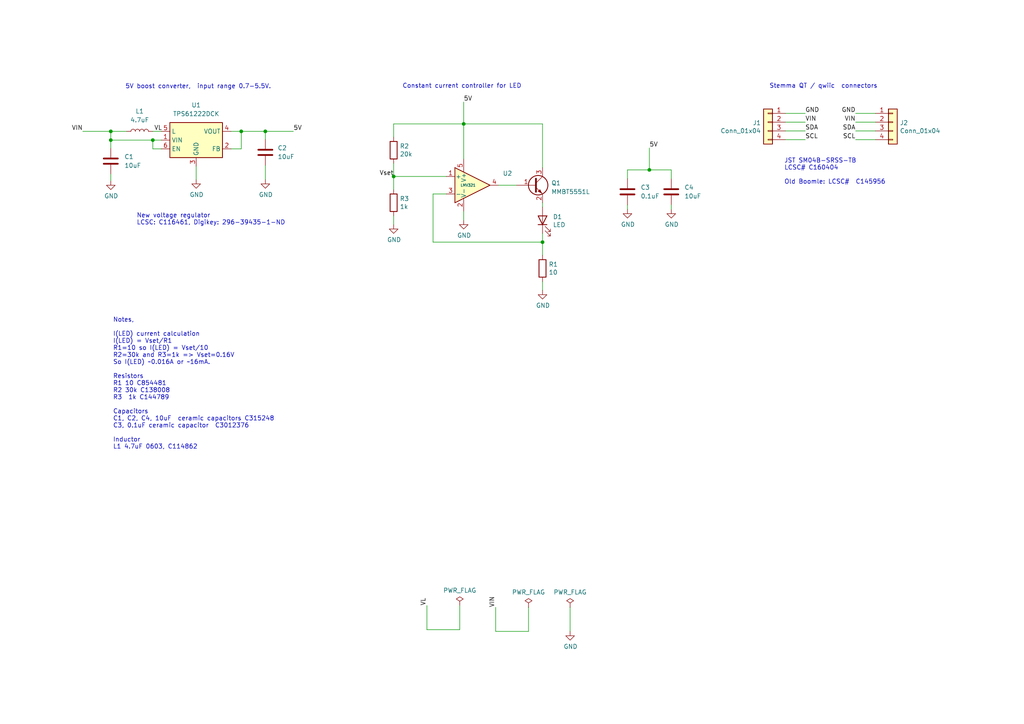
<source format=kicad_sch>
(kicad_sch (version 20230121) (generator eeschema)
  (paper "A4")
  (lib_symbols
    (symbol "Amplifier_Operational:LMV321" (pin_names (offset 0.127))
      (property "Reference" "U" (at 0 5.08 0))
      (property "Value" "LMV321" (at 0 -5.08 0))
      (symbol "LMV321_0_1"
        (polyline (pts (xy -5.08 5.08) (xy 5.08 0) (xy -5.08 -5.08) (xy -5.08 5.08)) (stroke (width 0.254)) (fill (type background)))
        (pin power_in line (at -2.54 -7.62 90) (length 3.81) (name "V-") (number "2"))
        (pin power_in line (at -2.54 7.62 270) (length 3.81) (name "V+") (number "5"))
      )
      (symbol "LMV321_1_1"
        (pin input line (at -7.62 2.54 0) (length 2.54) (name "+") (number "1"))
        (pin input line (at -7.62 -2.54 0) (length 2.54) (name "-") (number "3"))
        (pin output line (at 7.62 0 180) (length 2.54) (name "~") (number "4"))
      )
    )
    (symbol "Connector_Generic:Conn_01x04" (pin_names (offset 1.016) hide)
      (property "Reference" "J" (at 0 5.08 0))
      (property "Value" "Conn_01x04" (at 0 -7.62 0))
      (symbol "Conn_01x04_1_1"
        (rectangle (start -1.27 -4.953) (end 0 -5.207) (stroke (width 0.1524)))
        (rectangle (start -1.27 -2.413) (end 0 -2.667) (stroke (width 0.1524)))
        (rectangle (start -1.27 0.127) (end 0 -0.127) (stroke (width 0.1524)))
        (rectangle (start -1.27 2.667) (end 0 2.413) (stroke (width 0.1524)))
        (rectangle (start -1.27 3.81) (end 1.27 -6.35) (stroke (width 0.254)) (fill (type background)))
        (pin passive line (at -5.08 2.54 0) (length 3.81) (name "Pin_1") (number "1"))
        (pin passive line (at -5.08 0 0) (length 3.81) (name "Pin_2") (number "2"))
        (pin passive line (at -5.08 -2.54 0) (length 3.81) (name "Pin_3") (number "3"))
        (pin passive line (at -5.08 -5.08 0) (length 3.81) (name "Pin_4") (number "4"))
      )
    )
    (symbol "Device:C" (pin_numbers hide) (pin_names (offset 0.254))
      (property "Reference" "C" (at 0.635 2.54 0))
      (property "Value" "C" (at 0.635 -2.54 0))
      (symbol "C_0_1"
        (polyline (pts (xy -2.032 -0.762) (xy 2.032 -0.762)) (stroke (width 0.508)))
        (polyline (pts (xy -2.032 0.762) (xy 2.032 0.762)) (stroke (width 0.508)))
      )
      (symbol "C_1_1"
        (pin passive line (at 0 3.81 270) (length 2.794) (name "~") (number "1"))
        (pin passive line (at 0 -3.81 90) (length 2.794) (name "~") (number "2"))
      )
    )
    (symbol "Device:L" (pin_numbers hide) (pin_names (offset 1.016) hide)
      (property "Reference" "L" (at -1.27 0 90))
      (property "Value" "L" (at 1.905 0 90))
      (symbol "L_0_1"
        (arc (start 0 -2.54) (mid 0.6323 -1.905) (end 0 -1.27))
        (arc (start 0 -1.27) (mid 0.6323 -0.635) (end 0 0))
        (arc (start 0 0) (mid 0.6323 0.635) (end 0 1.27))
        (arc (start 0 1.27) (mid 0.6323 1.905) (end 0 2.54))
      )
      (symbol "L_1_1"
        (pin passive line (at 0 3.81 270) (length 1.27) (name "1") (number "1"))
        (pin passive line (at 0 -3.81 90) (length 1.27) (name "2") (number "2"))
      )
    )
    (symbol "Device:LED" (pin_numbers hide) (pin_names (offset 1.016) hide)
      (property "Reference" "D" (at 0 2.54 0))
      (property "Value" "LED" (at 0 -2.54 0))
      (symbol "LED_0_1"
        (polyline (pts (xy -1.27 -1.27) (xy -1.27 1.27)) (stroke (width 0.254)))
        (polyline (pts (xy -1.27 0) (xy 1.27 0)))
        (polyline (pts (xy 1.27 -1.27) (xy 1.27 1.27) (xy -1.27 0) (xy 1.27 -1.27)) (stroke (width 0.254)))
        (polyline (pts (xy -3.048 -0.762) (xy -4.572 -2.286) (xy -3.81 -2.286) (xy -4.572 -2.286) (xy -4.572 -1.524)))
        (polyline (pts (xy -1.778 -0.762) (xy -3.302 -2.286) (xy -2.54 -2.286) (xy -3.302 -2.286) (xy -3.302 -1.524)))
      )
      (symbol "LED_1_1"
        (pin passive line (at -3.81 0 0) (length 2.54) (name "K") (number "1"))
        (pin passive line (at 3.81 0 180) (length 2.54) (name "A") (number "2"))
      )
    )
    (symbol "Device:R" (pin_numbers hide) (pin_names (offset 0))
      (property "Reference" "R" (at 2.032 0 90))
      (property "Value" "R" (at 0 0 90))
      (symbol "R_0_1"
        (rectangle (start -1.016 -2.54) (end 1.016 2.54) (stroke (width 0.254)))
      )
      (symbol "R_1_1"
        (pin passive line (at 0 3.81 270) (length 1.27) (name "~") (number "1"))
        (pin passive line (at 0 -3.81 90) (length 1.27) (name "~") (number "2"))
      )
    )
    (symbol "Regulator_Switching:TPS61222DCK"
      (property "Reference" "U" (at -7.62 6.35 0))
      (property "Value" "TPS61222DCK" (at 2.54 6.35 0))
      (symbol "TPS61222DCK_0_1"
        (rectangle (start -7.62 5.08) (end 7.62 -5.08) (stroke (width 0.254)) (fill (type background)))
      )
      (symbol "TPS61222DCK_1_1"
        (pin power_in line (at -10.16 0 0) (length 2.54) (name "VIN") (number "1"))
        (pin input line (at 10.16 -2.54 180) (length 2.54) (name "FB") (number "2"))
        (pin power_in line (at 0 -7.62 90) (length 2.54) (name "GND") (number "3"))
        (pin power_out line (at 10.16 2.54 180) (length 2.54) (name "VOUT") (number "4"))
        (pin power_in line (at -10.16 2.54 0) (length 2.54) (name "L") (number "5"))
        (pin input line (at -10.16 -2.54 0) (length 2.54) (name "EN") (number "6"))
      )
    )
    (symbol "Transistor_BJT:MMBT5551L" (pin_names (offset 0) hide)
      (property "Reference" "Q" (at 5.08 1.905 0))
      (property "Value" "MMBT5551L" (at 5.08 0 0))
      (symbol "MMBT5551L_0_1"
        (polyline (pts (xy 0.635 0.635) (xy 2.54 2.54)))
        (polyline (pts (xy 0.635 -0.635) (xy 2.54 -2.54) (xy 2.54 -2.54)))
        (polyline (pts (xy 0.635 1.905) (xy 0.635 -1.905) (xy 0.635 -1.905)) (stroke (width 0.508)))
        (polyline (pts (xy 1.27 -1.778) (xy 1.778 -1.27) (xy 2.286 -2.286) (xy 1.27 -1.778) (xy 1.27 -1.778)) (fill (type outline)))
        (circle (center 1.27 0) (radius 2.8194) (stroke (width 0.254)))
      )
      (symbol "MMBT5551L_1_1"
        (pin input line (at -5.08 0 0) (length 5.715) (name "B") (number "1"))
        (pin passive line (at 2.54 -5.08 90) (length 2.54) (name "E") (number "2"))
        (pin passive line (at 2.54 5.08 270) (length 2.54) (name "C") (number "3"))
      )
    )
    (symbol "power:GND" (power) (pin_names (offset 0))
      (property "Value" "GND" (at 0 -3.81 0))
      (symbol "GND_0_1"
        (polyline (pts (xy 0 0) (xy 0 -1.27) (xy 1.27 -1.27) (xy 0 -2.54) (xy -1.27 -1.27) (xy 0 -1.27)))
      )
      (symbol "GND_1_1"
        (pin power_in line (at 0 0 270) (length 0) hide (name "GND") (number "1"))
      )
    )
    (symbol "power:PWR_FLAG" (power) (pin_numbers hide) (pin_names (offset 0) hide)
      (property "Value" "PWR_FLAG" (at 0 3.81 0))
      (symbol "PWR_FLAG_0_0"
        (pin power_out line (at 0 0 90) (length 0) (name "pwr") (number "1"))
      )
      (symbol "PWR_FLAG_0_1"
        (polyline (pts (xy 0 0) (xy 0 1.27) (xy -1.016 1.905) (xy 0 2.54) (xy 1.016 1.905) (xy 0 1.27)))
      )
    )
  )
  (junction (at 134.493 35.941))
  (junction (at 69.977 38.1))
  (junction (at 157.353 70.231))
  (junction (at 32.131 40.64))
  (junction (at 32.131 38.1))
  (junction (at 44.323 40.64))
  (junction (at 188.341 49.276))
  (junction (at 114.173 51.181))
  (junction (at 76.962 38.1))
  (wire (pts (xy 69.977 43.18) (xy 67.056 43.18)))
  (wire (pts (xy 125.603 56.261) (xy 129.413 56.261)))
  (wire (pts (xy 188.341 42.926) (xy 188.341 49.276)))
  (wire (pts (xy 157.353 70.231) (xy 125.603 70.231)))
  (wire (pts (xy 227.838 35.433) (xy 233.553 35.433)))
  (wire (pts (xy 157.353 81.661) (xy 157.353 84.201)))
  (wire (pts (xy 253.873 37.973) (xy 248.158 37.973)))
  (wire (pts (xy 157.353 67.691) (xy 157.353 70.231)))
  (wire (pts (xy 44.323 40.64) (xy 46.736 40.64)))
  (wire (pts (xy 114.173 35.941) (xy 114.173 39.751)))
  (wire (pts (xy 32.131 40.64) (xy 44.323 40.64)))
  (wire (pts (xy 133.35 175.641) (xy 133.35 182.626)))
  (wire (pts (xy 157.353 35.941) (xy 157.353 48.641)))
  (wire (pts (xy 114.173 51.181) (xy 114.173 47.371)))
  (wire (pts (xy 69.977 38.1) (xy 69.977 43.18)))
  (wire (pts (xy 253.873 35.433) (xy 248.158 35.433)))
  (wire (pts (xy 227.838 32.893) (xy 233.553 32.893)))
  (wire (pts (xy 114.173 51.181) (xy 114.173 54.991)))
  (wire (pts (xy 134.493 61.341) (xy 134.493 63.881)))
  (wire (pts (xy 36.703 38.1) (xy 32.131 38.1)))
  (wire (pts (xy 253.873 32.893) (xy 248.158 32.893)))
  (wire (pts (xy 188.341 49.276) (xy 194.691 49.276)))
  (wire (pts (xy 153.289 183.134) (xy 143.764 183.134)))
  (wire (pts (xy 194.691 59.436) (xy 194.691 60.706)))
  (wire (pts (xy 134.493 35.941) (xy 134.493 46.101)))
  (wire (pts (xy 153.289 176.149) (xy 153.289 183.134)))
  (wire (pts (xy 46.736 43.18) (xy 44.323 43.18)))
  (wire (pts (xy 194.691 49.276) (xy 194.691 51.816)))
  (wire (pts (xy 181.991 59.436) (xy 181.991 60.706)))
  (wire (pts (xy 67.056 38.1) (xy 69.977 38.1)))
  (wire (pts (xy 32.131 38.1) (xy 32.131 40.64)))
  (wire (pts (xy 253.873 40.513) (xy 248.158 40.513)))
  (wire (pts (xy 143.764 183.134) (xy 143.764 176.149)))
  (wire (pts (xy 114.173 62.611) (xy 114.173 65.151)))
  (wire (pts (xy 69.977 38.1) (xy 76.962 38.1)))
  (wire (pts (xy 157.353 58.801) (xy 157.353 60.071)))
  (wire (pts (xy 114.173 51.181) (xy 129.413 51.181)))
  (wire (pts (xy 134.493 35.941) (xy 114.173 35.941)))
  (wire (pts (xy 24.003 38.1) (xy 32.131 38.1)))
  (wire (pts (xy 133.35 182.626) (xy 123.825 182.626)))
  (wire (pts (xy 32.131 40.64) (xy 32.131 42.926)))
  (wire (pts (xy 76.962 38.1) (xy 76.962 40.386)))
  (wire (pts (xy 76.962 48.006) (xy 76.962 52.07)))
  (wire (pts (xy 32.131 50.546) (xy 32.131 52.451)))
  (wire (pts (xy 181.991 49.276) (xy 188.341 49.276)))
  (wire (pts (xy 134.493 35.941) (xy 157.353 35.941)))
  (wire (pts (xy 76.962 38.1) (xy 85.09 38.1)))
  (wire (pts (xy 123.825 182.626) (xy 123.825 175.641)))
  (wire (pts (xy 227.838 37.973) (xy 233.553 37.973)))
  (wire (pts (xy 44.323 38.1) (xy 46.736 38.1)))
  (wire (pts (xy 44.323 43.18) (xy 44.323 40.64)))
  (wire (pts (xy 165.354 176.149) (xy 165.354 183.134)))
  (wire (pts (xy 144.653 53.721) (xy 149.733 53.721)))
  (wire (pts (xy 125.603 70.231) (xy 125.603 56.261)))
  (wire (pts (xy 134.493 29.591) (xy 134.493 35.941)))
  (wire (pts (xy 181.991 51.816) (xy 181.991 49.276)))
  (wire (pts (xy 227.838 40.513) (xy 233.553 40.513)))
  (wire (pts (xy 56.896 48.26) (xy 56.896 52.07)))
  (wire (pts (xy 157.353 70.231) (xy 157.353 74.041)))
  (text "JST SM04B-SRSS-TB\nLCSC# C160404\n\nOld Boomle: LCSC#  C145956\n" (at 227.457 53.594 0) (effects (font (size 1.27 1.27)) (justify left bottom)))
  (text "Stemma QT / qwiic  connectors\n" (at 223.139 25.781 0) (effects (font (size 1.27 1.27)) (justify left bottom)))
  (text "New voltage regulator\nLCSC: C116461, Digikey: 296-39435-1-ND " (at 39.624 65.405 0) (effects (font (size 1.27 1.27)) (justify left bottom)))
  (text "Constant current controller for LED" (at 116.713 25.781 0) (effects (font (size 1.27 1.27)) (justify left bottom)))
  (text "5V boost converter,  input range 0.7-5.5V. " (at 36.322 25.908 0) (effects (font (size 1.27 1.27)) (justify left bottom)))
  (text "Notes, \n\nI(LED) current calculation\nI(LED) = Vset/R1\nR1=10 so I(LED) = Vset/10\nR2=30k and R3=1k => Vset=0.16V\nSo I(LED) ~0.016A or ~16mA. \n\nResistors\nR1 10 C854481\nR2 30k C138008\nR3  1k C144789\n\nCapacitors\nC1, C2, C4, 10uF  ceramic capacitors C315248\nC3, 0.1uF ceramic capacitor  C3012376\n\nInductor\nL1 4.7uF 0603, C114862\n" (at 32.766 130.429 0) (effects (font (size 1.27 1.27)) (justify left bottom)))
  (label "SCL" (at 233.553 40.513 0))
  (label "VIN" (at 24.003 38.1 180))
  (label "SCL" (at 248.158 40.513 180))
  (label "Vset" (at 114.173 51.181 180))
  (label "SDA" (at 248.158 37.973 180))
  (label "VIN" (at 143.764 176.149 90))
  (label "5V" (at 134.493 29.591 0))
  (label "5V" (at 188.341 42.926 0))
  (label "VIN" (at 248.158 35.433 180))
  (label "VIN" (at 233.553 35.433 0))
  (label "5V" (at 85.09 38.1 0))
  (label "GND" (at 233.553 32.893 0))
  (label "GND" (at 248.158 32.893 180))
  (label "VL" (at 44.704 38.1 0))
  (label "VL" (at 123.825 175.641 90))
  (label "SDA" (at 233.553 37.973 0))
  (symbol (lib_id "Connector_Generic:Conn_01x04") (at 222.758 35.433 0) (mirror y) (unit 1)
    (property "Reference" "J1" (at 220.726 35.6362 0) (effects (justify left)))
    (property "Value" "Conn_01x04" (at 220.726 37.9476 0) (effects (justify left)))
    (property "Footprint" "JST_SH_SM04B_custom:JST_SH_SM04B-SRSS-TB_1x04-1MP_P1.00mm_Horizontal" (effects hide))
  )
  (symbol (lib_id "Connector_Generic:Conn_01x04") (at 258.953 35.433 0) (unit 1)
    (property "Reference" "J2" (at 260.985 35.6362 0) (effects (justify left)))
    (property "Value" "Conn_01x04" (at 260.985 37.9476 0) (effects (justify left)))
    (property "Footprint" "JST_SH_SM04B_custom:JST_SH_SM04B-SRSS-TB_1x04-1MP_P1.00mm_Horizontal" (effects hide))
  )
  (symbol (lib_id "Device:LED") (at 157.353 63.881 90) (unit 1)
    (property "Reference" "D1" (at 160.3502 62.8904 90) (effects (justify right)))
    (property "Value" "LED" (at 160.3502 65.2018 90) (effects (justify right)))
    (property "Footprint" "LED_D3mm_custom:LED_D3.0mm" (effects hide))
  )
  (symbol (lib_id "Device:R") (at 157.353 77.851 0) (unit 1)
    (property "Reference" "R1" (at 159.131 76.6826 0) (effects (justify left)))
    (property "Value" "10" (at 159.131 78.994 0) (effects (justify left)))
    (property "Footprint" "Resistor_SMD:R_0402_1005Metric" (effects hide))
  )
  (symbol (lib_id "power:GND") (at 157.353 84.201 0) (unit 1)
    (property "Reference" "#PWR08" (effects hide))
    (property "Value" "GND" (at 157.48 88.5952 0))
  )
  (symbol (lib_id "power:PWR_FLAG") (at 165.354 176.149 0) (unit 1)
    (property "Reference" "#FLG0101" (effects hide))
    (property "Value" "PWR_FLAG" (at 165.354 171.7548 0))
  )
  (symbol (lib_id "power:PWR_FLAG") (at 153.289 176.149 0) (unit 1)
    (property "Reference" "#FLG0102" (effects hide))
    (property "Value" "PWR_FLAG" (at 153.289 171.7548 0))
  )
  (symbol (lib_id "power:GND") (at 165.354 183.134 0) (unit 1)
    (property "Reference" "#PWR0101" (effects hide))
    (property "Value" "GND" (at 165.481 187.5282 0))
  )
  (symbol (lib_id "Device:C") (at 194.691 55.626 0) (unit 1)
    (property "Reference" "C4" (at 198.501 54.356 0) (effects (justify left)))
    (property "Value" "10uF" (at 198.501 56.896 0) (effects (justify left)))
    (property "Footprint" "Capacitor_SMD:C_0402_1005Metric" (effects hide))
  )
  (symbol (lib_id "Device:C") (at 181.991 55.626 0) (unit 1)
    (property "Reference" "C3" (at 185.801 54.356 0) (effects (justify left)))
    (property "Value" "0.1uF" (at 185.801 56.896 0) (effects (justify left)))
    (property "Footprint" "Capacitor_SMD:C_0402_1005Metric" (effects hide))
  )
  (symbol (lib_id "power:GND") (at 194.691 60.706 0) (unit 1)
    (property "Reference" "#PWR06" (effects hide))
    (property "Value" "GND" (at 194.818 65.1002 0))
  )
  (symbol (lib_id "power:GND") (at 32.131 52.451 0) (unit 1)
    (property "Reference" "#PWR011" (effects hide))
    (property "Value" "GND" (at 32.258 56.8452 0))
  )
  (symbol (lib_id "power:GND") (at 56.896 52.07 0) (unit 1)
    (property "Reference" "#PWR09" (effects hide))
    (property "Value" "GND" (at 57.023 56.4642 0))
  )
  (symbol (lib_id "power:GND") (at 134.493 63.881 0) (unit 1)
    (property "Reference" "#PWR04" (effects hide))
    (property "Value" "GND" (at 134.62 68.2752 0))
  )
  (symbol (lib_id "Regulator_Switching:TPS61222DCK") (at 56.896 40.64 0) (unit 1)
    (property "Reference" "U1" (at 56.896 30.48 0))
    (property "Value" "TPS61222DCK" (at 56.896 33.02 0))
    (property "Footprint" "Package_TO_SOT_SMD:SOT-363_SC-70-6" (effects hide))
    (property "Datasheet" "http://www.ti.com/lit/ds/symlink/tps61220.pdf" (effects hide))
  )
  (symbol (lib_id "Device:C") (at 32.131 46.736 180) (unit 1)
    (property "Reference" "C1" (at 36.068 45.466 0) (effects (justify right)))
    (property "Value" "10uF" (at 36.068 48.006 0) (effects (justify right)))
    (property "Footprint" "Capacitor_SMD:C_0402_1005Metric" (effects hide))
  )
  (symbol (lib_id "power:PWR_FLAG") (at 133.35 175.641 0) (unit 1)
    (property "Reference" "#FLG01" (effects hide))
    (property "Value" "PWR_FLAG" (at 133.35 171.2468 0))
  )
  (symbol (lib_id "power:GND") (at 181.991 60.706 0) (unit 1)
    (property "Reference" "#PWR05" (effects hide))
    (property "Value" "GND" (at 182.118 65.1002 0))
  )
  (symbol (lib_id "power:GND") (at 114.173 65.151 0) (unit 1)
    (property "Reference" "#PWR07" (effects hide))
    (property "Value" "GND" (at 114.3 69.5452 0))
  )
  (symbol (lib_id "Device:C") (at 76.962 44.196 180) (unit 1)
    (property "Reference" "C2" (at 80.518 42.926 0) (effects (justify right)))
    (property "Value" "10uF" (at 80.518 45.466 0) (effects (justify right)))
    (property "Footprint" "Capacitor_SMD:C_0402_1005Metric" (effects hide))
  )
  (symbol (lib_id "power:GND") (at 76.962 52.07 0) (unit 1)
    (property "Reference" "#PWR010" (effects hide))
    (property "Value" "GND" (at 77.089 56.4642 0))
  )
  (symbol (lib_id "Device:R") (at 114.173 43.561 0) (unit 1)
    (property "Reference" "R2" (at 115.951 42.3926 0) (effects (justify left)))
    (property "Value" "20k" (at 115.951 44.704 0) (effects (justify left)))
    (property "Footprint" "Resistor_SMD:R_0402_1005Metric" (effects hide))
  )
  (symbol (lib_id "Amplifier_Operational:LMV321") (at 137.033 53.721 0) (unit 1)
    (property "Reference" "U2" (at 147.193 50.2921 0))
    (property "Value" "LMV321" (at 135.763 53.721 0) (effects (font (size 0.762 0.762))))
    (property "Footprint" "Package_TO_SOT_SMD:SOT-23-5" (effects hide))
    (property "Datasheet" "http://www.ti.com/lit/ds/symlink/lmv324.pdf" (effects hide))
  )
  (symbol (lib_id "Transistor_BJT:MMBT5551L") (at 154.813 53.721 0) (unit 1)
    (property "Reference" "Q1" (at 159.893 53.086 0) (effects (justify left)))
    (property "Value" "MMBT5551L" (at 159.893 55.626 0) (effects (justify left)))
    (property "Footprint" "Package_TO_SOT_SMD:SOT-23" (effects hide))
    (property "Datasheet" "www.onsemi.com/pub/Collateral/MMBT5550LT1-D.PDF" (effects hide))
  )
  (symbol (lib_id "Device:R") (at 114.173 58.801 0) (unit 1)
    (property "Reference" "R3" (at 115.951 57.6326 0) (effects (justify left)))
    (property "Value" "1k" (at 115.951 59.944 0) (effects (justify left)))
    (property "Footprint" "Resistor_SMD:R_0402_1005Metric" (effects hide))
  )
  (symbol (lib_id "Device:L") (at 40.513 38.1 90) (unit 1)
    (property "Reference" "L1" (at 40.513 32.258 90))
    (property "Value" "4.7uF" (at 40.513 34.798 90))
    (property "Footprint" "Inductor_SMD:L_0603_1608Metric" (effects hide))
  )
)
</source>
